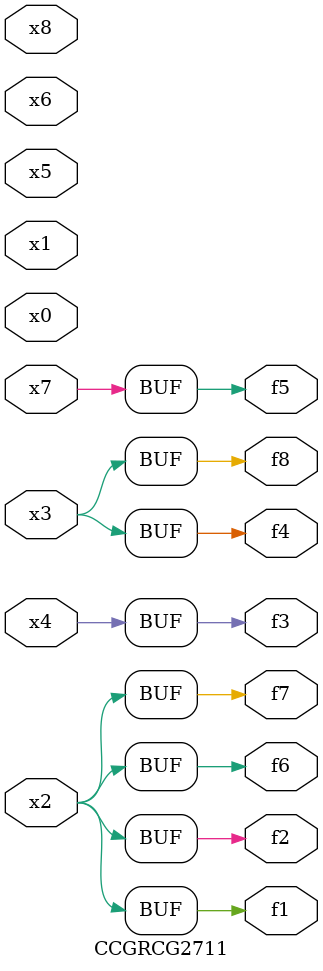
<source format=v>
module CCGRCG2711(
	input x0, x1, x2, x3, x4, x5, x6, x7, x8,
	output f1, f2, f3, f4, f5, f6, f7, f8
);
	assign f1 = x2;
	assign f2 = x2;
	assign f3 = x4;
	assign f4 = x3;
	assign f5 = x7;
	assign f6 = x2;
	assign f7 = x2;
	assign f8 = x3;
endmodule

</source>
